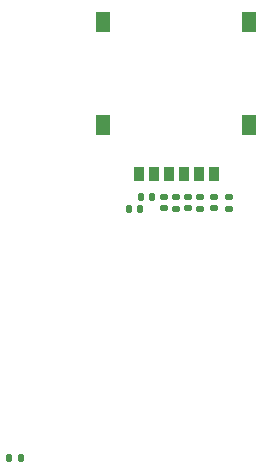
<source format=gbr>
%TF.GenerationSoftware,KiCad,Pcbnew,6.0.11+dfsg-1*%
%TF.CreationDate,2023-11-18T19:22:10+05:30*%
%TF.ProjectId,c3rl-at-cr-beta-2,6333726c-2d61-4742-9d63-722d62657461,rev?*%
%TF.SameCoordinates,Original*%
%TF.FileFunction,Paste,Bot*%
%TF.FilePolarity,Positive*%
%FSLAX46Y46*%
G04 Gerber Fmt 4.6, Leading zero omitted, Abs format (unit mm)*
G04 Created by KiCad (PCBNEW 6.0.11+dfsg-1) date 2023-11-18 19:22:10*
%MOMM*%
%LPD*%
G01*
G04 APERTURE LIST*
G04 Aperture macros list*
%AMRoundRect*
0 Rectangle with rounded corners*
0 $1 Rounding radius*
0 $2 $3 $4 $5 $6 $7 $8 $9 X,Y pos of 4 corners*
0 Add a 4 corners polygon primitive as box body*
4,1,4,$2,$3,$4,$5,$6,$7,$8,$9,$2,$3,0*
0 Add four circle primitives for the rounded corners*
1,1,$1+$1,$2,$3*
1,1,$1+$1,$4,$5*
1,1,$1+$1,$6,$7*
1,1,$1+$1,$8,$9*
0 Add four rect primitives between the rounded corners*
20,1,$1+$1,$2,$3,$4,$5,0*
20,1,$1+$1,$4,$5,$6,$7,0*
20,1,$1+$1,$6,$7,$8,$9,0*
20,1,$1+$1,$8,$9,$2,$3,0*%
G04 Aperture macros list end*
%ADD10RoundRect,0.140000X-0.140000X-0.170000X0.140000X-0.170000X0.140000X0.170000X-0.140000X0.170000X0*%
%ADD11RoundRect,0.140000X-0.170000X0.140000X-0.170000X-0.140000X0.170000X-0.140000X0.170000X0.140000X0*%
%ADD12RoundRect,0.140000X0.140000X0.170000X-0.140000X0.170000X-0.140000X-0.170000X0.140000X-0.170000X0*%
%ADD13RoundRect,0.135000X0.185000X-0.135000X0.185000X0.135000X-0.185000X0.135000X-0.185000X-0.135000X0*%
%ADD14R,0.900000X1.200000*%
%ADD15R,1.300000X1.800000*%
%ADD16RoundRect,0.135000X0.135000X0.185000X-0.135000X0.185000X-0.135000X-0.185000X0.135000X-0.185000X0*%
%ADD17RoundRect,0.135000X-0.185000X0.135000X-0.185000X-0.135000X0.185000X-0.135000X0.185000X0.135000X0*%
G04 APERTURE END LIST*
D10*
%TO.C,C41*%
X69020000Y-90000000D03*
X69980000Y-90000000D03*
%TD*%
D11*
%TO.C,C40*%
X75250000Y-90020000D03*
X75250000Y-90980000D03*
%TD*%
D12*
%TO.C,C36*%
X68960000Y-91000000D03*
X68000000Y-91000000D03*
%TD*%
D13*
%TO.C,R59*%
X72000000Y-91010000D03*
X72000000Y-89990000D03*
%TD*%
D11*
%TO.C,C37*%
X71000000Y-90020000D03*
X71000000Y-90980000D03*
%TD*%
D14*
%TO.C,J7*%
X68825000Y-88050000D03*
X71365000Y-88050000D03*
X73905000Y-88050000D03*
X70095000Y-88050000D03*
X72635000Y-88050000D03*
X75175000Y-88050000D03*
D15*
X65850000Y-83950000D03*
X78150000Y-83950000D03*
X78150000Y-75150000D03*
X65850000Y-75150000D03*
%TD*%
D13*
%TO.C,R58*%
X74000000Y-91010000D03*
X74000000Y-89990000D03*
%TD*%
D11*
%TO.C,C39*%
X73000000Y-90020000D03*
X73000000Y-90980000D03*
%TD*%
D16*
%TO.C,R40*%
X58910000Y-112100000D03*
X57890000Y-112100000D03*
%TD*%
D17*
%TO.C,R53*%
X76500000Y-89990000D03*
X76500000Y-91010000D03*
%TD*%
M02*

</source>
